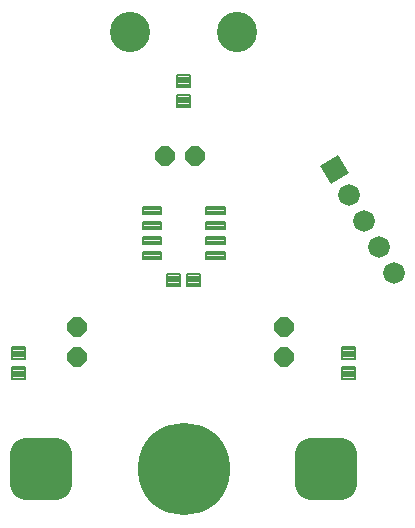
<source format=gbs>
G75*
G70*
%OFA0B0*%
%FSLAX24Y24*%
%IPPOS*%
%LPD*%
%AMOC8*
5,1,8,0,0,1.08239X$1,22.5*
%
%ADD10C,0.1340*%
%ADD11C,0.0082*%
%ADD12C,0.0081*%
%ADD13C,0.1082*%
%ADD14C,0.3080*%
%ADD15OC8,0.0640*%
%ADD16R,0.0720X0.0720*%
%ADD17C,0.0720*%
D10*
X008232Y018665D03*
X011775Y018665D03*
D11*
X011375Y012839D02*
X011375Y012605D01*
X010767Y012605D01*
X010767Y012839D01*
X011375Y012839D01*
X011375Y012686D02*
X010767Y012686D01*
X010767Y012767D02*
X011375Y012767D01*
X011375Y012339D02*
X011375Y012105D01*
X010767Y012105D01*
X010767Y012339D01*
X011375Y012339D01*
X011375Y012186D02*
X010767Y012186D01*
X010767Y012267D02*
X011375Y012267D01*
X011375Y011839D02*
X011375Y011605D01*
X010767Y011605D01*
X010767Y011839D01*
X011375Y011839D01*
X011375Y011686D02*
X010767Y011686D01*
X010767Y011767D02*
X011375Y011767D01*
X011375Y011339D02*
X011375Y011105D01*
X010767Y011105D01*
X010767Y011339D01*
X011375Y011339D01*
X011375Y011186D02*
X010767Y011186D01*
X010767Y011267D02*
X011375Y011267D01*
X009249Y011339D02*
X009249Y011105D01*
X008641Y011105D01*
X008641Y011339D01*
X009249Y011339D01*
X009249Y011186D02*
X008641Y011186D01*
X008641Y011267D02*
X009249Y011267D01*
X009249Y011605D02*
X009249Y011839D01*
X009249Y011605D02*
X008641Y011605D01*
X008641Y011839D01*
X009249Y011839D01*
X009249Y011686D02*
X008641Y011686D01*
X008641Y011767D02*
X009249Y011767D01*
X009249Y012105D02*
X009249Y012339D01*
X009249Y012105D02*
X008641Y012105D01*
X008641Y012339D01*
X009249Y012339D01*
X009249Y012186D02*
X008641Y012186D01*
X008641Y012267D02*
X009249Y012267D01*
X009249Y012605D02*
X009249Y012839D01*
X009249Y012605D02*
X008641Y012605D01*
X008641Y012839D01*
X009249Y012839D01*
X009249Y012686D02*
X008641Y012686D01*
X008641Y012767D02*
X009249Y012767D01*
D12*
X009453Y010200D02*
X009885Y010200D01*
X009453Y010200D02*
X009453Y010594D01*
X009885Y010594D01*
X009885Y010200D01*
X009885Y010280D02*
X009453Y010280D01*
X009453Y010360D02*
X009885Y010360D01*
X009885Y010440D02*
X009453Y010440D01*
X009453Y010520D02*
X009885Y010520D01*
X010122Y010200D02*
X010554Y010200D01*
X010122Y010200D02*
X010122Y010594D01*
X010554Y010594D01*
X010554Y010200D01*
X010554Y010280D02*
X010122Y010280D01*
X010122Y010360D02*
X010554Y010360D01*
X010554Y010440D02*
X010122Y010440D01*
X010122Y010520D02*
X010554Y010520D01*
X015732Y008173D02*
X015732Y007779D01*
X015300Y007779D01*
X015300Y008173D01*
X015732Y008173D01*
X015732Y007859D02*
X015300Y007859D01*
X015300Y007939D02*
X015732Y007939D01*
X015732Y008019D02*
X015300Y008019D01*
X015300Y008099D02*
X015732Y008099D01*
X015732Y007504D02*
X015732Y007110D01*
X015300Y007110D01*
X015300Y007504D01*
X015732Y007504D01*
X015732Y007190D02*
X015300Y007190D01*
X015300Y007270D02*
X015732Y007270D01*
X015732Y007350D02*
X015300Y007350D01*
X015300Y007430D02*
X015732Y007430D01*
X004708Y007504D02*
X004708Y007110D01*
X004276Y007110D01*
X004276Y007504D01*
X004708Y007504D01*
X004708Y007190D02*
X004276Y007190D01*
X004276Y007270D02*
X004708Y007270D01*
X004708Y007350D02*
X004276Y007350D01*
X004276Y007430D02*
X004708Y007430D01*
X004708Y007779D02*
X004708Y008173D01*
X004708Y007779D02*
X004276Y007779D01*
X004276Y008173D01*
X004708Y008173D01*
X004708Y007859D02*
X004276Y007859D01*
X004276Y007939D02*
X004708Y007939D01*
X004708Y008019D02*
X004276Y008019D01*
X004276Y008099D02*
X004708Y008099D01*
X009788Y016165D02*
X009788Y016559D01*
X010220Y016559D01*
X010220Y016165D01*
X009788Y016165D01*
X009788Y016245D02*
X010220Y016245D01*
X010220Y016325D02*
X009788Y016325D01*
X009788Y016405D02*
X010220Y016405D01*
X010220Y016485D02*
X009788Y016485D01*
X009788Y016834D02*
X009788Y017228D01*
X010220Y017228D01*
X010220Y016834D01*
X009788Y016834D01*
X009788Y016914D02*
X010220Y016914D01*
X010220Y016994D02*
X009788Y016994D01*
X009788Y017074D02*
X010220Y017074D01*
X010220Y017154D02*
X009788Y017154D01*
D13*
X005753Y004597D02*
X004755Y004597D01*
X005753Y004597D02*
X005753Y003599D01*
X004755Y003599D01*
X004755Y004597D01*
X014255Y004597D02*
X015253Y004597D01*
X015253Y003599D01*
X014255Y003599D01*
X014255Y004597D01*
D14*
X010004Y004098D03*
D15*
X013350Y007823D03*
X013350Y008823D03*
X006460Y008823D03*
X006460Y007823D03*
X009379Y014541D03*
X010379Y014541D03*
D16*
G36*
X014901Y013598D02*
X014541Y014220D01*
X015163Y014580D01*
X015523Y013958D01*
X014901Y013598D01*
G37*
D17*
X015532Y013223D03*
X016032Y012357D03*
X016532Y011491D03*
X017032Y010625D03*
M02*

</source>
